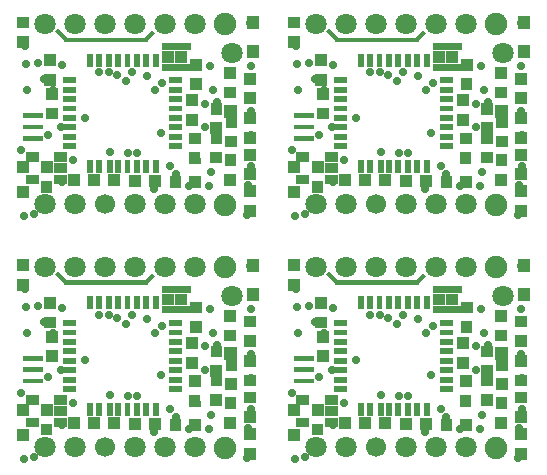
<source format=gbr>
%FSLAX32Y32*%
%MOMM*%
%LNLOETSTOP1*%
G71*
G01*
%ADD10C, 0.70*%
%ADD11C, 1.80*%
%ADD12C, 1.70*%
%ADD13C, 1.90*%
%LPD*%
G36*
X8700Y7231D02*
X8810Y7231D01*
X8810Y7181D01*
X8700Y7181D01*
X8700Y7231D01*
G37*
G36*
X8700Y7151D02*
X8810Y7151D01*
X8810Y7101D01*
X8700Y7101D01*
X8700Y7151D01*
G37*
G36*
X8700Y7071D02*
X8810Y7071D01*
X8810Y7021D01*
X8700Y7021D01*
X8700Y7071D01*
G37*
G36*
X8700Y6991D02*
X8810Y6991D01*
X8810Y6941D01*
X8700Y6941D01*
X8700Y6991D01*
G37*
G36*
X8700Y6911D02*
X8810Y6911D01*
X8810Y6861D01*
X8700Y6861D01*
X8700Y6911D01*
G37*
G36*
X8700Y6831D02*
X8810Y6831D01*
X8810Y6781D01*
X8700Y6781D01*
X8700Y6831D01*
G37*
G36*
X8700Y6751D02*
X8810Y6751D01*
X8810Y6701D01*
X8700Y6701D01*
X8700Y6751D01*
G37*
G36*
X8700Y6671D02*
X8810Y6671D01*
X8810Y6621D01*
X8700Y6621D01*
X8700Y6671D01*
G37*
G36*
X9600Y7231D02*
X9710Y7231D01*
X9710Y7181D01*
X9600Y7181D01*
X9600Y7231D01*
G37*
G36*
X9600Y7151D02*
X9710Y7151D01*
X9710Y7101D01*
X9600Y7101D01*
X9600Y7151D01*
G37*
G36*
X9600Y7071D02*
X9710Y7071D01*
X9710Y7021D01*
X9600Y7021D01*
X9600Y7071D01*
G37*
G36*
X9600Y6991D02*
X9710Y6991D01*
X9710Y6941D01*
X9600Y6941D01*
X9600Y6991D01*
G37*
G36*
X9600Y6911D02*
X9710Y6911D01*
X9710Y6861D01*
X9600Y6861D01*
X9600Y6911D01*
G37*
G36*
X9600Y6831D02*
X9710Y6831D01*
X9710Y6781D01*
X9600Y6781D01*
X9600Y6831D01*
G37*
G36*
X9600Y6751D02*
X9710Y6751D01*
X9710Y6701D01*
X9600Y6701D01*
X9600Y6751D01*
G37*
G36*
X9600Y6671D02*
X9710Y6671D01*
X9710Y6621D01*
X9600Y6621D01*
X9600Y6671D01*
G37*
G36*
X8900Y7431D02*
X8950Y7431D01*
X8950Y7321D01*
X8900Y7321D01*
X8900Y7431D01*
G37*
G36*
X8980Y7431D02*
X9030Y7431D01*
X9030Y7321D01*
X8980Y7321D01*
X8980Y7431D01*
G37*
G36*
X9060Y7431D02*
X9110Y7431D01*
X9110Y7321D01*
X9060Y7321D01*
X9060Y7431D01*
G37*
G36*
X9140Y7431D02*
X9190Y7431D01*
X9190Y7321D01*
X9140Y7321D01*
X9140Y7431D01*
G37*
G36*
X9220Y7431D02*
X9270Y7431D01*
X9270Y7321D01*
X9220Y7321D01*
X9220Y7431D01*
G37*
G36*
X9300Y7431D02*
X9350Y7431D01*
X9350Y7321D01*
X9300Y7321D01*
X9300Y7431D01*
G37*
G36*
X9380Y7431D02*
X9430Y7431D01*
X9430Y7321D01*
X9380Y7321D01*
X9380Y7431D01*
G37*
G36*
X9460Y7431D02*
X9510Y7431D01*
X9510Y7321D01*
X9460Y7321D01*
X9460Y7431D01*
G37*
G36*
X8900Y6531D02*
X8950Y6531D01*
X8950Y6421D01*
X8900Y6421D01*
X8900Y6531D01*
G37*
G36*
X8980Y6531D02*
X9030Y6531D01*
X9030Y6421D01*
X8980Y6421D01*
X8980Y6531D01*
G37*
G36*
X9070Y6531D02*
X9120Y6531D01*
X9120Y6421D01*
X9070Y6421D01*
X9070Y6531D01*
G37*
G36*
X9140Y6531D02*
X9190Y6531D01*
X9190Y6421D01*
X9140Y6421D01*
X9140Y6531D01*
G37*
G36*
X9220Y6531D02*
X9270Y6531D01*
X9270Y6421D01*
X9220Y6421D01*
X9220Y6531D01*
G37*
G36*
X9300Y6531D02*
X9350Y6531D01*
X9350Y6421D01*
X9300Y6421D01*
X9300Y6531D01*
G37*
G36*
X9380Y6531D02*
X9430Y6531D01*
X9430Y6421D01*
X9380Y6421D01*
X9380Y6531D01*
G37*
G36*
X9460Y6531D02*
X9510Y6531D01*
X9510Y6421D01*
X9460Y6421D01*
X9460Y6531D01*
G37*
G36*
X9842Y7086D02*
X9842Y6986D01*
X9742Y6986D01*
X9742Y7086D01*
X9842Y7086D01*
G37*
G36*
X9841Y6919D02*
X9841Y6819D01*
X9741Y6819D01*
X9741Y6919D01*
X9841Y6919D01*
G37*
G36*
X8658Y7141D02*
X8658Y7041D01*
X8558Y7041D01*
X8558Y7141D01*
X8658Y7141D01*
G37*
G36*
X8657Y6974D02*
X8657Y6874D01*
X8557Y6874D01*
X8557Y6974D01*
X8657Y6974D01*
G37*
X9160Y7246D02*
G54D10*
D03*
X9819Y6158D02*
G54D11*
D03*
X9565Y6158D02*
G54D11*
D03*
X9311Y6158D02*
G54D11*
D03*
X9057Y6158D02*
G54D12*
D03*
X8803Y6158D02*
G54D11*
D03*
X8549Y6158D02*
G54D11*
D03*
X9604Y6476D02*
G54D10*
D03*
X9247Y6587D02*
G54D10*
D03*
X9327Y6587D02*
G54D10*
D03*
X9001Y7277D02*
G54D10*
D03*
X9088Y7277D02*
G54D10*
D03*
X8684Y6809D02*
G54D10*
D03*
G36*
X9874Y7388D02*
X9874Y7288D01*
X9774Y7288D01*
X9774Y7388D01*
X9874Y7388D01*
G37*
G36*
X9873Y7221D02*
X9873Y7121D01*
X9773Y7121D01*
X9773Y7221D01*
X9873Y7221D01*
G37*
X9819Y7682D02*
G54D11*
D03*
X9565Y7682D02*
G54D11*
D03*
X9311Y7682D02*
G54D11*
D03*
X9057Y7682D02*
G54D11*
D03*
X8803Y7682D02*
G54D11*
D03*
X8549Y7682D02*
G54D11*
D03*
G36*
X8382Y6326D02*
X8382Y6406D01*
X8492Y6406D01*
X8492Y6326D01*
X8382Y6326D01*
G37*
G36*
X8382Y6516D02*
X8382Y6596D01*
X8492Y6596D01*
X8492Y6516D01*
X8382Y6516D01*
G37*
G36*
X8620Y6326D02*
X8620Y6406D01*
X8730Y6406D01*
X8730Y6326D01*
X8620Y6326D01*
G37*
G36*
X8620Y6516D02*
X8620Y6596D01*
X8730Y6596D01*
X8730Y6516D01*
X8620Y6516D01*
G37*
G36*
X8620Y6421D02*
X8620Y6501D01*
X8730Y6501D01*
X8730Y6421D01*
X8620Y6421D01*
G37*
X8787Y6531D02*
G54D10*
D03*
X8882Y6888D02*
G54D10*
D03*
X10073Y6150D02*
G54D13*
D03*
X8612Y7119D02*
G54D10*
D03*
G36*
X8642Y7427D02*
X8642Y7327D01*
X8542Y7327D01*
X8542Y7427D01*
X8642Y7427D01*
G37*
G36*
X8641Y7260D02*
X8641Y7160D01*
X8541Y7160D01*
X8541Y7260D01*
X8641Y7260D01*
G37*
X8692Y7333D02*
G54D10*
D03*
X8541Y7214D02*
G54D10*
D03*
X9477Y7119D02*
G54D10*
D03*
X10073Y7682D02*
G54D13*
D03*
X10128Y7436D02*
G54D11*
D03*
X8692Y6341D02*
G54D10*
D03*
X8485Y7349D02*
G54D10*
D03*
G36*
X10175Y6904D02*
X10175Y6804D01*
X10075Y6804D01*
X10075Y6904D01*
X10175Y6904D01*
G37*
G36*
X10174Y6737D02*
X10174Y6637D01*
X10074Y6637D01*
X10074Y6737D01*
X10174Y6737D01*
G37*
G36*
X10167Y6578D02*
X10167Y6478D01*
X10067Y6478D01*
X10067Y6578D01*
X10167Y6578D01*
G37*
G36*
X10166Y6411D02*
X10166Y6311D01*
X10066Y6311D01*
X10066Y6411D01*
X10166Y6411D01*
G37*
G36*
X10065Y6999D02*
X10175Y6999D01*
X10175Y6889D01*
X10065Y6889D01*
X10065Y6999D01*
G37*
G36*
X9178Y6308D02*
X9078Y6308D01*
X9078Y6408D01*
X9178Y6408D01*
X9178Y6308D01*
G37*
G36*
X9012Y6308D02*
X8912Y6308D01*
X8912Y6408D01*
X9012Y6408D01*
X9012Y6308D01*
G37*
G36*
X9528Y6300D02*
X9428Y6300D01*
X9428Y6400D01*
X9528Y6400D01*
X9528Y6300D01*
G37*
G36*
X9361Y6301D02*
X9261Y6301D01*
X9261Y6401D01*
X9361Y6401D01*
X9361Y6301D01*
G37*
G36*
X9764Y6495D02*
X9763Y6595D01*
X9863Y6595D01*
X9864Y6495D01*
X9764Y6495D01*
G37*
G36*
X9764Y6662D02*
X9764Y6762D01*
X9864Y6762D01*
X9864Y6662D01*
X9764Y6662D01*
G37*
G36*
X9869Y6292D02*
X9769Y6292D01*
X9769Y6392D01*
X9869Y6392D01*
X9869Y6292D01*
G37*
G36*
X9702Y6293D02*
X9602Y6293D01*
X9602Y6393D01*
X9702Y6393D01*
X9702Y6293D01*
G37*
X9652Y6412D02*
G54D10*
D03*
X9096Y6595D02*
G54D10*
D03*
G36*
X10065Y7051D02*
X10065Y7151D01*
X10165Y7151D01*
X10165Y7051D01*
X10065Y7051D01*
G37*
G36*
X10066Y7218D02*
X10066Y7318D01*
X10166Y7318D01*
X10166Y7218D01*
X10066Y7218D01*
G37*
X9898Y7008D02*
G54D10*
D03*
X9144Y6349D02*
G54D10*
D03*
X9469Y6285D02*
G54D10*
D03*
X9763Y6309D02*
G54D10*
D03*
G36*
X9538Y7454D02*
X9638Y7454D01*
X9638Y7354D01*
X9538Y7354D01*
X9538Y7454D01*
G37*
G36*
X9650Y7454D02*
X9750Y7454D01*
X9750Y7354D01*
X9650Y7354D01*
X9650Y7454D01*
G37*
G36*
X9538Y7347D02*
X9798Y7347D01*
X9798Y7287D01*
X9538Y7287D01*
X9538Y7347D01*
G37*
G36*
X9540Y7522D02*
X9780Y7522D01*
X9780Y7462D01*
X9540Y7462D01*
X9540Y7522D01*
G37*
X9700Y7404D02*
G54D10*
D03*
X9541Y7182D02*
G54D10*
D03*
X8390Y7341D02*
G54D10*
D03*
X8398Y7119D02*
G54D10*
D03*
X8342Y6611D02*
G54D10*
D03*
X8366Y6055D02*
G54D10*
D03*
X9946Y7325D02*
G54D10*
D03*
X9970Y7119D02*
G54D10*
D03*
X9954Y6428D02*
G54D10*
D03*
X9938Y6309D02*
G54D10*
D03*
G36*
X10048Y6769D02*
X10048Y6669D01*
X9948Y6669D01*
X9948Y6769D01*
X10048Y6769D01*
G37*
G36*
X10047Y6602D02*
X10047Y6502D01*
X9947Y6502D01*
X9947Y6602D01*
X10047Y6602D01*
G37*
G36*
X8530Y6925D02*
X8530Y6885D01*
X8360Y6885D01*
X8360Y6925D01*
X8530Y6925D01*
G37*
G36*
X8530Y6830D02*
X8530Y6790D01*
X8360Y6790D01*
X8360Y6830D01*
X8530Y6830D01*
G37*
G36*
X8530Y6735D02*
X8530Y6695D01*
X8360Y6695D01*
X8360Y6735D01*
X8530Y6735D01*
G37*
X8572Y6746D02*
G54D10*
D03*
G36*
X8413Y7744D02*
X8413Y7644D01*
X8313Y7644D01*
X8313Y7744D01*
X8413Y7744D01*
G37*
G36*
X8412Y7576D02*
X8412Y7476D01*
X8312Y7476D01*
X8312Y7576D01*
X8412Y7576D01*
G37*
G36*
X8311Y6206D02*
X8311Y6306D01*
X8411Y6306D01*
X8411Y6206D01*
X8311Y6206D01*
G37*
G36*
X8312Y6421D02*
X8312Y6521D01*
X8412Y6521D01*
X8412Y6421D01*
X8312Y6421D01*
G37*
X8692Y6555D02*
G54D10*
D03*
G36*
X8611Y6521D02*
X8611Y6421D01*
X8511Y6421D01*
X8511Y6521D01*
X8611Y6521D01*
G37*
G36*
X8610Y6354D02*
X8610Y6254D01*
X8510Y6254D01*
X8510Y6354D01*
X8610Y6354D01*
G37*
X8366Y7698D02*
G54D10*
D03*
X8374Y7492D02*
G54D10*
D03*
G36*
X9010Y6308D02*
X8910Y6308D01*
X8910Y6408D01*
X9010Y6408D01*
X9010Y6308D01*
G37*
G36*
X8843Y6309D02*
X8743Y6309D01*
X8743Y6409D01*
X8843Y6409D01*
X8843Y6309D01*
G37*
X8453Y6071D02*
G54D10*
D03*
G36*
X10334Y6626D02*
X10334Y6526D01*
X10234Y6526D01*
X10234Y6626D01*
X10334Y6626D01*
G37*
G36*
X10333Y6459D02*
X10333Y6359D01*
X10233Y6359D01*
X10233Y6459D01*
X10333Y6459D01*
G37*
G36*
X10334Y6936D02*
X10334Y6836D01*
X10234Y6836D01*
X10234Y6936D01*
X10334Y6936D01*
G37*
G36*
X10333Y6769D02*
X10333Y6669D01*
X10233Y6669D01*
X10233Y6769D01*
X10333Y6769D01*
G37*
G36*
X10334Y7269D02*
X10334Y7169D01*
X10234Y7169D01*
X10234Y7269D01*
X10334Y7269D01*
G37*
G36*
X10333Y7102D02*
X10333Y7002D01*
X10233Y7002D01*
X10233Y7102D01*
X10333Y7102D01*
G37*
G36*
X10334Y6316D02*
X10334Y6216D01*
X10234Y6216D01*
X10234Y6316D01*
X10334Y6316D01*
G37*
G36*
X10333Y6149D02*
X10333Y6049D01*
X10233Y6049D01*
X10233Y6149D01*
X10333Y6149D01*
G37*
X10295Y6476D02*
G54D10*
D03*
X10287Y6944D02*
G54D10*
D03*
X10295Y6738D02*
G54D10*
D03*
X10287Y7214D02*
G54D10*
D03*
X10263Y6317D02*
G54D10*
D03*
X10255Y6063D02*
G54D10*
D03*
G36*
X10048Y7015D02*
X10048Y6915D01*
X9948Y6915D01*
X9948Y7015D01*
X10048Y7015D01*
G37*
G36*
X10047Y6848D02*
X10047Y6748D01*
X9947Y6748D01*
X9947Y6848D01*
X10047Y6848D01*
G37*
X10001Y7023D02*
G54D10*
D03*
X9898Y6809D02*
G54D10*
D03*
X9525Y6762D02*
G54D10*
D03*
X10287Y7325D02*
G54D10*
D03*
G36*
X10358Y7752D02*
X10358Y7637D01*
X10258Y7637D01*
X10258Y7752D01*
X10358Y7752D01*
G37*
G36*
X10358Y7505D02*
X10358Y7390D01*
X10258Y7390D01*
X10258Y7505D01*
X10358Y7505D01*
G37*
X10279Y7690D02*
G54D10*
D03*
X9231Y7198D02*
G54D10*
D03*
X9287Y7277D02*
G54D10*
D03*
G36*
X8710Y7567D02*
X9420Y7567D01*
X9420Y7527D01*
X8710Y7527D01*
X8710Y7567D01*
G37*
G36*
X8660Y7647D02*
X8752Y7555D01*
X8723Y7527D01*
X8631Y7619D01*
X8660Y7647D01*
G37*
G36*
X9482Y7603D02*
X9405Y7526D01*
X9376Y7554D01*
X9454Y7632D01*
X9482Y7603D01*
G37*
X9414Y7238D02*
G54D10*
D03*
G36*
X10994Y7231D02*
X11104Y7231D01*
X11104Y7181D01*
X10994Y7181D01*
X10994Y7231D01*
G37*
G36*
X10994Y7151D02*
X11104Y7151D01*
X11104Y7101D01*
X10994Y7101D01*
X10994Y7151D01*
G37*
G36*
X10994Y7071D02*
X11104Y7071D01*
X11104Y7021D01*
X10994Y7021D01*
X10994Y7071D01*
G37*
G36*
X10994Y6991D02*
X11104Y6991D01*
X11104Y6941D01*
X10994Y6941D01*
X10994Y6991D01*
G37*
G36*
X10994Y6911D02*
X11104Y6911D01*
X11104Y6861D01*
X10994Y6861D01*
X10994Y6911D01*
G37*
G36*
X10994Y6831D02*
X11104Y6831D01*
X11104Y6781D01*
X10994Y6781D01*
X10994Y6831D01*
G37*
G36*
X10994Y6751D02*
X11104Y6751D01*
X11104Y6701D01*
X10994Y6701D01*
X10994Y6751D01*
G37*
G36*
X10994Y6671D02*
X11104Y6671D01*
X11104Y6621D01*
X10994Y6621D01*
X10994Y6671D01*
G37*
G36*
X11894Y7231D02*
X12004Y7231D01*
X12004Y7181D01*
X11894Y7181D01*
X11894Y7231D01*
G37*
G36*
X11894Y7151D02*
X12004Y7151D01*
X12004Y7101D01*
X11894Y7101D01*
X11894Y7151D01*
G37*
G36*
X11894Y7071D02*
X12004Y7071D01*
X12004Y7021D01*
X11894Y7021D01*
X11894Y7071D01*
G37*
G36*
X11894Y6991D02*
X12004Y6991D01*
X12004Y6941D01*
X11894Y6941D01*
X11894Y6991D01*
G37*
G36*
X11894Y6911D02*
X12004Y6911D01*
X12004Y6861D01*
X11894Y6861D01*
X11894Y6911D01*
G37*
G36*
X11894Y6831D02*
X12004Y6831D01*
X12004Y6781D01*
X11894Y6781D01*
X11894Y6831D01*
G37*
G36*
X11894Y6751D02*
X12004Y6751D01*
X12004Y6701D01*
X11894Y6701D01*
X11894Y6751D01*
G37*
G36*
X11894Y6671D02*
X12004Y6671D01*
X12004Y6621D01*
X11894Y6621D01*
X11894Y6671D01*
G37*
G36*
X11194Y7431D02*
X11244Y7431D01*
X11244Y7321D01*
X11194Y7321D01*
X11194Y7431D01*
G37*
G36*
X11274Y7431D02*
X11324Y7431D01*
X11324Y7321D01*
X11274Y7321D01*
X11274Y7431D01*
G37*
G36*
X11354Y7431D02*
X11404Y7431D01*
X11404Y7321D01*
X11354Y7321D01*
X11354Y7431D01*
G37*
G36*
X11434Y7431D02*
X11484Y7431D01*
X11484Y7321D01*
X11434Y7321D01*
X11434Y7431D01*
G37*
G36*
X11514Y7431D02*
X11564Y7431D01*
X11564Y7321D01*
X11514Y7321D01*
X11514Y7431D01*
G37*
G36*
X11594Y7431D02*
X11644Y7431D01*
X11644Y7321D01*
X11594Y7321D01*
X11594Y7431D01*
G37*
G36*
X11674Y7431D02*
X11724Y7431D01*
X11724Y7321D01*
X11674Y7321D01*
X11674Y7431D01*
G37*
G36*
X11754Y7431D02*
X11804Y7431D01*
X11804Y7321D01*
X11754Y7321D01*
X11754Y7431D01*
G37*
G36*
X11194Y6531D02*
X11244Y6531D01*
X11244Y6421D01*
X11194Y6421D01*
X11194Y6531D01*
G37*
G36*
X11274Y6531D02*
X11324Y6531D01*
X11324Y6421D01*
X11274Y6421D01*
X11274Y6531D01*
G37*
G36*
X11364Y6531D02*
X11414Y6531D01*
X11414Y6421D01*
X11364Y6421D01*
X11364Y6531D01*
G37*
G36*
X11434Y6531D02*
X11484Y6531D01*
X11484Y6421D01*
X11434Y6421D01*
X11434Y6531D01*
G37*
G36*
X11514Y6531D02*
X11564Y6531D01*
X11564Y6421D01*
X11514Y6421D01*
X11514Y6531D01*
G37*
G36*
X11594Y6531D02*
X11644Y6531D01*
X11644Y6421D01*
X11594Y6421D01*
X11594Y6531D01*
G37*
G36*
X11674Y6531D02*
X11724Y6531D01*
X11724Y6421D01*
X11674Y6421D01*
X11674Y6531D01*
G37*
G36*
X11754Y6531D02*
X11804Y6531D01*
X11804Y6421D01*
X11754Y6421D01*
X11754Y6531D01*
G37*
G36*
X12136Y7086D02*
X12136Y6986D01*
X12036Y6986D01*
X12036Y7086D01*
X12136Y7086D01*
G37*
G36*
X12135Y6919D02*
X12135Y6819D01*
X12035Y6819D01*
X12035Y6919D01*
X12135Y6919D01*
G37*
G36*
X10952Y7141D02*
X10952Y7041D01*
X10852Y7041D01*
X10852Y7141D01*
X10952Y7141D01*
G37*
G36*
X10951Y6974D02*
X10951Y6874D01*
X10851Y6874D01*
X10851Y6974D01*
X10951Y6974D01*
G37*
X11454Y7246D02*
G54D10*
D03*
X12113Y6158D02*
G54D11*
D03*
X11859Y6158D02*
G54D11*
D03*
X11605Y6158D02*
G54D11*
D03*
X11351Y6158D02*
G54D12*
D03*
X11097Y6158D02*
G54D11*
D03*
X10843Y6158D02*
G54D11*
D03*
X11898Y6476D02*
G54D10*
D03*
X11541Y6587D02*
G54D10*
D03*
X11620Y6587D02*
G54D10*
D03*
X11295Y7277D02*
G54D10*
D03*
X11382Y7277D02*
G54D10*
D03*
X10978Y6809D02*
G54D10*
D03*
G36*
X12168Y7388D02*
X12168Y7288D01*
X12068Y7288D01*
X12068Y7388D01*
X12168Y7388D01*
G37*
G36*
X12166Y7221D02*
X12166Y7121D01*
X12066Y7121D01*
X12066Y7221D01*
X12166Y7221D01*
G37*
X12113Y7682D02*
G54D11*
D03*
X11859Y7682D02*
G54D11*
D03*
X11605Y7682D02*
G54D11*
D03*
X11351Y7682D02*
G54D11*
D03*
X11097Y7682D02*
G54D11*
D03*
X10843Y7682D02*
G54D11*
D03*
G36*
X10676Y6326D02*
X10676Y6406D01*
X10786Y6406D01*
X10786Y6326D01*
X10676Y6326D01*
G37*
G36*
X10676Y6516D02*
X10676Y6596D01*
X10786Y6596D01*
X10786Y6516D01*
X10676Y6516D01*
G37*
G36*
X10914Y6326D02*
X10914Y6406D01*
X11024Y6406D01*
X11024Y6326D01*
X10914Y6326D01*
G37*
G36*
X10914Y6516D02*
X10914Y6596D01*
X11024Y6596D01*
X11024Y6516D01*
X10914Y6516D01*
G37*
G36*
X10914Y6421D02*
X10914Y6501D01*
X11024Y6501D01*
X11024Y6421D01*
X10914Y6421D01*
G37*
X11081Y6531D02*
G54D10*
D03*
X11176Y6888D02*
G54D10*
D03*
X12367Y6150D02*
G54D13*
D03*
X10906Y7119D02*
G54D10*
D03*
G36*
X10936Y7427D02*
X10936Y7327D01*
X10836Y7327D01*
X10836Y7427D01*
X10936Y7427D01*
G37*
G36*
X10935Y7260D02*
X10935Y7160D01*
X10835Y7160D01*
X10835Y7260D01*
X10935Y7260D01*
G37*
X10986Y7333D02*
G54D10*
D03*
X10835Y7214D02*
G54D10*
D03*
X11771Y7119D02*
G54D10*
D03*
X12367Y7682D02*
G54D13*
D03*
X12422Y7436D02*
G54D11*
D03*
X10986Y6341D02*
G54D10*
D03*
X10779Y7349D02*
G54D10*
D03*
G36*
X12469Y6904D02*
X12469Y6804D01*
X12369Y6804D01*
X12369Y6904D01*
X12469Y6904D01*
G37*
G36*
X12468Y6737D02*
X12468Y6637D01*
X12368Y6637D01*
X12368Y6737D01*
X12468Y6737D01*
G37*
G36*
X12461Y6578D02*
X12461Y6478D01*
X12361Y6478D01*
X12361Y6578D01*
X12461Y6578D01*
G37*
G36*
X12460Y6411D02*
X12460Y6311D01*
X12360Y6311D01*
X12360Y6411D01*
X12460Y6411D01*
G37*
G36*
X12359Y6999D02*
X12469Y6999D01*
X12469Y6889D01*
X12359Y6889D01*
X12359Y6999D01*
G37*
G36*
X11472Y6308D02*
X11372Y6308D01*
X11372Y6408D01*
X11472Y6408D01*
X11472Y6308D01*
G37*
G36*
X11305Y6308D02*
X11205Y6308D01*
X11205Y6408D01*
X11305Y6408D01*
X11305Y6308D01*
G37*
G36*
X11822Y6300D02*
X11722Y6300D01*
X11722Y6400D01*
X11822Y6400D01*
X11822Y6300D01*
G37*
G36*
X11655Y6301D02*
X11555Y6301D01*
X11555Y6401D01*
X11655Y6401D01*
X11655Y6301D01*
G37*
G36*
X12057Y6495D02*
X12057Y6595D01*
X12157Y6595D01*
X12157Y6495D01*
X12057Y6495D01*
G37*
G36*
X12058Y6662D02*
X12058Y6762D01*
X12158Y6762D01*
X12158Y6662D01*
X12058Y6662D01*
G37*
G36*
X12163Y6292D02*
X12063Y6292D01*
X12063Y6392D01*
X12163Y6392D01*
X12163Y6292D01*
G37*
G36*
X11996Y6293D02*
X11896Y6293D01*
X11896Y6393D01*
X11996Y6393D01*
X11996Y6293D01*
G37*
X11946Y6412D02*
G54D10*
D03*
X11390Y6595D02*
G54D10*
D03*
G36*
X12359Y7051D02*
X12359Y7151D01*
X12459Y7151D01*
X12459Y7051D01*
X12359Y7051D01*
G37*
G36*
X12360Y7218D02*
X12360Y7318D01*
X12460Y7318D01*
X12460Y7218D01*
X12360Y7218D01*
G37*
X12192Y7008D02*
G54D10*
D03*
X11438Y6349D02*
G54D10*
D03*
X11763Y6285D02*
G54D10*
D03*
X12057Y6309D02*
G54D10*
D03*
G36*
X11832Y7454D02*
X11932Y7454D01*
X11932Y7354D01*
X11832Y7354D01*
X11832Y7454D01*
G37*
G36*
X11944Y7454D02*
X12044Y7454D01*
X12044Y7354D01*
X11944Y7354D01*
X11944Y7454D01*
G37*
G36*
X11832Y7347D02*
X12092Y7347D01*
X12092Y7287D01*
X11832Y7287D01*
X11832Y7347D01*
G37*
G36*
X11834Y7522D02*
X12074Y7522D01*
X12074Y7462D01*
X11834Y7462D01*
X11834Y7522D01*
G37*
X11994Y7404D02*
G54D10*
D03*
X11835Y7182D02*
G54D10*
D03*
X10684Y7341D02*
G54D10*
D03*
X10692Y7119D02*
G54D10*
D03*
X10636Y6611D02*
G54D10*
D03*
X10660Y6055D02*
G54D10*
D03*
X12240Y7325D02*
G54D10*
D03*
X12263Y7119D02*
G54D10*
D03*
X12248Y6428D02*
G54D10*
D03*
X12232Y6309D02*
G54D10*
D03*
G36*
X12342Y6769D02*
X12342Y6669D01*
X12242Y6669D01*
X12242Y6769D01*
X12342Y6769D01*
G37*
G36*
X12341Y6602D02*
X12341Y6502D01*
X12241Y6502D01*
X12241Y6602D01*
X12341Y6602D01*
G37*
G36*
X10824Y6925D02*
X10824Y6885D01*
X10654Y6885D01*
X10654Y6925D01*
X10824Y6925D01*
G37*
G36*
X10824Y6830D02*
X10824Y6790D01*
X10654Y6790D01*
X10654Y6830D01*
X10824Y6830D01*
G37*
G36*
X10824Y6735D02*
X10824Y6695D01*
X10654Y6695D01*
X10654Y6735D01*
X10824Y6735D01*
G37*
X10866Y6746D02*
G54D10*
D03*
G36*
X10706Y7744D02*
X10706Y7644D01*
X10606Y7644D01*
X10606Y7744D01*
X10706Y7744D01*
G37*
G36*
X10706Y7576D02*
X10706Y7476D01*
X10606Y7476D01*
X10606Y7576D01*
X10706Y7576D01*
G37*
G36*
X10605Y6206D02*
X10605Y6306D01*
X10705Y6306D01*
X10705Y6206D01*
X10605Y6206D01*
G37*
G36*
X10606Y6421D02*
X10606Y6521D01*
X10706Y6521D01*
X10706Y6421D01*
X10606Y6421D01*
G37*
X10986Y6555D02*
G54D10*
D03*
G36*
X10905Y6521D02*
X10905Y6421D01*
X10805Y6421D01*
X10805Y6521D01*
X10905Y6521D01*
G37*
G36*
X10904Y6354D02*
X10904Y6254D01*
X10804Y6254D01*
X10804Y6354D01*
X10904Y6354D01*
G37*
X10660Y7698D02*
G54D10*
D03*
X10668Y7492D02*
G54D10*
D03*
G36*
X11304Y6308D02*
X11204Y6308D01*
X11204Y6408D01*
X11304Y6408D01*
X11304Y6308D01*
G37*
G36*
X11137Y6309D02*
X11037Y6309D01*
X11037Y6409D01*
X11137Y6409D01*
X11137Y6309D01*
G37*
X10747Y6071D02*
G54D10*
D03*
G36*
X12628Y6626D02*
X12628Y6526D01*
X12528Y6526D01*
X12528Y6626D01*
X12628Y6626D01*
G37*
G36*
X12627Y6459D02*
X12627Y6359D01*
X12527Y6359D01*
X12527Y6459D01*
X12627Y6459D01*
G37*
G36*
X12628Y6936D02*
X12628Y6836D01*
X12528Y6836D01*
X12528Y6936D01*
X12628Y6936D01*
G37*
G36*
X12627Y6769D02*
X12627Y6669D01*
X12527Y6669D01*
X12527Y6769D01*
X12627Y6769D01*
G37*
G36*
X12628Y7269D02*
X12628Y7169D01*
X12528Y7169D01*
X12528Y7269D01*
X12628Y7269D01*
G37*
G36*
X12627Y7102D02*
X12627Y7002D01*
X12527Y7002D01*
X12527Y7102D01*
X12627Y7102D01*
G37*
G36*
X12628Y6316D02*
X12628Y6216D01*
X12528Y6216D01*
X12528Y6316D01*
X12628Y6316D01*
G37*
G36*
X12627Y6149D02*
X12627Y6049D01*
X12527Y6049D01*
X12527Y6149D01*
X12627Y6149D01*
G37*
X12589Y6476D02*
G54D10*
D03*
X12581Y6944D02*
G54D10*
D03*
X12589Y6738D02*
G54D10*
D03*
X12581Y7214D02*
G54D10*
D03*
X12557Y6317D02*
G54D10*
D03*
X12549Y6063D02*
G54D10*
D03*
G36*
X12342Y7015D02*
X12342Y6915D01*
X12242Y6915D01*
X12242Y7015D01*
X12342Y7015D01*
G37*
G36*
X12341Y6848D02*
X12341Y6748D01*
X12241Y6748D01*
X12241Y6848D01*
X12341Y6848D01*
G37*
X12295Y7023D02*
G54D10*
D03*
X12192Y6809D02*
G54D10*
D03*
X11819Y6762D02*
G54D10*
D03*
X12581Y7325D02*
G54D10*
D03*
G36*
X12652Y7752D02*
X12652Y7637D01*
X12552Y7637D01*
X12552Y7752D01*
X12652Y7752D01*
G37*
G36*
X12652Y7505D02*
X12652Y7390D01*
X12552Y7390D01*
X12552Y7505D01*
X12652Y7505D01*
G37*
X12573Y7690D02*
G54D10*
D03*
X11525Y7198D02*
G54D10*
D03*
X11581Y7277D02*
G54D10*
D03*
G36*
X11004Y7567D02*
X11714Y7567D01*
X11714Y7527D01*
X11004Y7527D01*
X11004Y7567D01*
G37*
G36*
X10954Y7647D02*
X11045Y7555D01*
X11017Y7527D01*
X10925Y7619D01*
X10954Y7647D01*
G37*
G36*
X11776Y7603D02*
X11698Y7526D01*
X11670Y7554D01*
X11748Y7632D01*
X11776Y7603D01*
G37*
X11708Y7238D02*
G54D10*
D03*
G36*
X8700Y5175D02*
X8810Y5175D01*
X8810Y5125D01*
X8700Y5125D01*
X8700Y5175D01*
G37*
G36*
X8700Y5095D02*
X8810Y5095D01*
X8810Y5045D01*
X8700Y5045D01*
X8700Y5095D01*
G37*
G36*
X8700Y5015D02*
X8810Y5015D01*
X8810Y4965D01*
X8700Y4965D01*
X8700Y5015D01*
G37*
G36*
X8700Y4935D02*
X8810Y4935D01*
X8810Y4885D01*
X8700Y4885D01*
X8700Y4935D01*
G37*
G36*
X8700Y4855D02*
X8810Y4855D01*
X8810Y4805D01*
X8700Y4805D01*
X8700Y4855D01*
G37*
G36*
X8700Y4775D02*
X8810Y4775D01*
X8810Y4725D01*
X8700Y4725D01*
X8700Y4775D01*
G37*
G36*
X8700Y4695D02*
X8810Y4695D01*
X8810Y4645D01*
X8700Y4645D01*
X8700Y4695D01*
G37*
G36*
X8700Y4615D02*
X8810Y4615D01*
X8810Y4565D01*
X8700Y4565D01*
X8700Y4615D01*
G37*
G36*
X9600Y5175D02*
X9710Y5175D01*
X9710Y5125D01*
X9600Y5125D01*
X9600Y5175D01*
G37*
G36*
X9600Y5095D02*
X9710Y5095D01*
X9710Y5045D01*
X9600Y5045D01*
X9600Y5095D01*
G37*
G36*
X9600Y5015D02*
X9710Y5015D01*
X9710Y4965D01*
X9600Y4965D01*
X9600Y5015D01*
G37*
G36*
X9600Y4935D02*
X9710Y4935D01*
X9710Y4885D01*
X9600Y4885D01*
X9600Y4935D01*
G37*
G36*
X9600Y4855D02*
X9710Y4855D01*
X9710Y4805D01*
X9600Y4805D01*
X9600Y4855D01*
G37*
G36*
X9600Y4775D02*
X9710Y4775D01*
X9710Y4725D01*
X9600Y4725D01*
X9600Y4775D01*
G37*
G36*
X9600Y4695D02*
X9710Y4695D01*
X9710Y4645D01*
X9600Y4645D01*
X9600Y4695D01*
G37*
G36*
X9600Y4615D02*
X9710Y4615D01*
X9710Y4565D01*
X9600Y4565D01*
X9600Y4615D01*
G37*
G36*
X8900Y5375D02*
X8950Y5375D01*
X8950Y5265D01*
X8900Y5265D01*
X8900Y5375D01*
G37*
G36*
X8980Y5375D02*
X9030Y5375D01*
X9030Y5265D01*
X8980Y5265D01*
X8980Y5375D01*
G37*
G36*
X9060Y5375D02*
X9110Y5375D01*
X9110Y5265D01*
X9060Y5265D01*
X9060Y5375D01*
G37*
G36*
X9140Y5375D02*
X9190Y5375D01*
X9190Y5265D01*
X9140Y5265D01*
X9140Y5375D01*
G37*
G36*
X9220Y5375D02*
X9270Y5375D01*
X9270Y5265D01*
X9220Y5265D01*
X9220Y5375D01*
G37*
G36*
X9300Y5375D02*
X9350Y5375D01*
X9350Y5265D01*
X9300Y5265D01*
X9300Y5375D01*
G37*
G36*
X9380Y5375D02*
X9430Y5375D01*
X9430Y5265D01*
X9380Y5265D01*
X9380Y5375D01*
G37*
G36*
X9460Y5375D02*
X9510Y5375D01*
X9510Y5265D01*
X9460Y5265D01*
X9460Y5375D01*
G37*
G36*
X8900Y4475D02*
X8950Y4475D01*
X8950Y4365D01*
X8900Y4365D01*
X8900Y4475D01*
G37*
G36*
X8980Y4475D02*
X9030Y4475D01*
X9030Y4365D01*
X8980Y4365D01*
X8980Y4475D01*
G37*
G36*
X9070Y4475D02*
X9120Y4475D01*
X9120Y4365D01*
X9070Y4365D01*
X9070Y4475D01*
G37*
G36*
X9140Y4475D02*
X9190Y4475D01*
X9190Y4365D01*
X9140Y4365D01*
X9140Y4475D01*
G37*
G36*
X9220Y4475D02*
X9270Y4475D01*
X9270Y4365D01*
X9220Y4365D01*
X9220Y4475D01*
G37*
G36*
X9300Y4475D02*
X9350Y4475D01*
X9350Y4365D01*
X9300Y4365D01*
X9300Y4475D01*
G37*
G36*
X9380Y4475D02*
X9430Y4475D01*
X9430Y4365D01*
X9380Y4365D01*
X9380Y4475D01*
G37*
G36*
X9460Y4475D02*
X9510Y4475D01*
X9510Y4365D01*
X9460Y4365D01*
X9460Y4475D01*
G37*
G36*
X9842Y5031D02*
X9842Y4931D01*
X9742Y4931D01*
X9742Y5031D01*
X9842Y5031D01*
G37*
G36*
X9841Y4864D02*
X9841Y4764D01*
X9741Y4764D01*
X9741Y4864D01*
X9841Y4864D01*
G37*
G36*
X8658Y5085D02*
X8658Y4985D01*
X8558Y4985D01*
X8558Y5085D01*
X8658Y5085D01*
G37*
G36*
X8657Y4918D02*
X8657Y4818D01*
X8557Y4818D01*
X8557Y4918D01*
X8657Y4918D01*
G37*
X9160Y5190D02*
G54D10*
D03*
X9819Y4102D02*
G54D11*
D03*
X9565Y4102D02*
G54D11*
D03*
X9311Y4102D02*
G54D11*
D03*
X9057Y4102D02*
G54D12*
D03*
X8803Y4102D02*
G54D11*
D03*
X8549Y4102D02*
G54D11*
D03*
X9604Y4420D02*
G54D10*
D03*
X9247Y4531D02*
G54D10*
D03*
X9327Y4531D02*
G54D10*
D03*
X9001Y5222D02*
G54D10*
D03*
X9088Y5222D02*
G54D10*
D03*
X8684Y4753D02*
G54D10*
D03*
G36*
X9874Y5332D02*
X9874Y5232D01*
X9774Y5232D01*
X9774Y5332D01*
X9874Y5332D01*
G37*
G36*
X9873Y5165D02*
X9873Y5065D01*
X9773Y5065D01*
X9773Y5165D01*
X9873Y5165D01*
G37*
X9819Y5626D02*
G54D11*
D03*
X9565Y5626D02*
G54D11*
D03*
X9311Y5626D02*
G54D11*
D03*
X9057Y5626D02*
G54D11*
D03*
X8803Y5626D02*
G54D11*
D03*
X8549Y5626D02*
G54D11*
D03*
G36*
X8382Y4270D02*
X8382Y4350D01*
X8492Y4350D01*
X8492Y4270D01*
X8382Y4270D01*
G37*
G36*
X8382Y4460D02*
X8382Y4540D01*
X8492Y4540D01*
X8492Y4460D01*
X8382Y4460D01*
G37*
G36*
X8620Y4270D02*
X8620Y4350D01*
X8730Y4350D01*
X8730Y4270D01*
X8620Y4270D01*
G37*
G36*
X8620Y4460D02*
X8620Y4540D01*
X8730Y4540D01*
X8730Y4460D01*
X8620Y4460D01*
G37*
G36*
X8620Y4365D02*
X8620Y4445D01*
X8730Y4445D01*
X8730Y4365D01*
X8620Y4365D01*
G37*
X8787Y4476D02*
G54D10*
D03*
X8882Y4833D02*
G54D10*
D03*
X10073Y4094D02*
G54D13*
D03*
X8612Y5063D02*
G54D10*
D03*
G36*
X8642Y5371D02*
X8642Y5271D01*
X8542Y5271D01*
X8542Y5371D01*
X8642Y5371D01*
G37*
G36*
X8641Y5204D02*
X8641Y5104D01*
X8541Y5104D01*
X8541Y5204D01*
X8641Y5204D01*
G37*
X8692Y5277D02*
G54D10*
D03*
X8541Y5158D02*
G54D10*
D03*
X9477Y5063D02*
G54D10*
D03*
X10073Y5626D02*
G54D13*
D03*
X10128Y5380D02*
G54D11*
D03*
X8692Y4285D02*
G54D10*
D03*
X8485Y5293D02*
G54D10*
D03*
G36*
X10175Y4848D02*
X10175Y4748D01*
X10075Y4748D01*
X10075Y4848D01*
X10175Y4848D01*
G37*
G36*
X10174Y4681D02*
X10174Y4581D01*
X10074Y4581D01*
X10074Y4681D01*
X10174Y4681D01*
G37*
G36*
X10167Y4523D02*
X10167Y4423D01*
X10067Y4423D01*
X10067Y4523D01*
X10167Y4523D01*
G37*
G36*
X10166Y4356D02*
X10166Y4256D01*
X10066Y4256D01*
X10066Y4356D01*
X10166Y4356D01*
G37*
G36*
X10065Y4943D02*
X10175Y4943D01*
X10175Y4833D01*
X10065Y4833D01*
X10065Y4943D01*
G37*
G36*
X9178Y4252D02*
X9078Y4252D01*
X9078Y4352D01*
X9178Y4352D01*
X9178Y4252D01*
G37*
G36*
X9012Y4253D02*
X8912Y4253D01*
X8912Y4353D01*
X9012Y4353D01*
X9012Y4253D01*
G37*
G36*
X9528Y4244D02*
X9428Y4244D01*
X9428Y4344D01*
X9528Y4344D01*
X9528Y4244D01*
G37*
G36*
X9361Y4245D02*
X9261Y4245D01*
X9261Y4345D01*
X9361Y4345D01*
X9361Y4245D01*
G37*
G36*
X9764Y4440D02*
X9763Y4540D01*
X9863Y4540D01*
X9864Y4440D01*
X9764Y4440D01*
G37*
G36*
X9764Y4606D02*
X9764Y4706D01*
X9864Y4706D01*
X9864Y4606D01*
X9764Y4606D01*
G37*
G36*
X9869Y4236D02*
X9769Y4236D01*
X9769Y4336D01*
X9869Y4336D01*
X9869Y4236D01*
G37*
G36*
X9702Y4237D02*
X9602Y4237D01*
X9602Y4337D01*
X9702Y4337D01*
X9702Y4237D01*
G37*
X9652Y4356D02*
G54D10*
D03*
X9096Y4539D02*
G54D10*
D03*
G36*
X10065Y4995D02*
X10065Y5095D01*
X10165Y5095D01*
X10165Y4995D01*
X10065Y4995D01*
G37*
G36*
X10066Y5162D02*
X10066Y5262D01*
X10166Y5262D01*
X10166Y5162D01*
X10066Y5162D01*
G37*
X9898Y4952D02*
G54D10*
D03*
X9144Y4293D02*
G54D10*
D03*
X9469Y4229D02*
G54D10*
D03*
X9763Y4253D02*
G54D10*
D03*
G36*
X9538Y5399D02*
X9638Y5399D01*
X9638Y5299D01*
X9538Y5299D01*
X9538Y5399D01*
G37*
G36*
X9650Y5399D02*
X9750Y5399D01*
X9750Y5299D01*
X9650Y5299D01*
X9650Y5399D01*
G37*
G36*
X9538Y5291D02*
X9798Y5291D01*
X9798Y5231D01*
X9538Y5231D01*
X9538Y5291D01*
G37*
G36*
X9540Y5466D02*
X9780Y5466D01*
X9780Y5406D01*
X9540Y5406D01*
X9540Y5466D01*
G37*
X9700Y5349D02*
G54D10*
D03*
X9541Y5126D02*
G54D10*
D03*
X8390Y5285D02*
G54D10*
D03*
X8398Y5063D02*
G54D10*
D03*
X8342Y4555D02*
G54D10*
D03*
X8366Y3999D02*
G54D10*
D03*
X9946Y5269D02*
G54D10*
D03*
X9970Y5063D02*
G54D10*
D03*
X9954Y4372D02*
G54D10*
D03*
X9938Y4253D02*
G54D10*
D03*
G36*
X10048Y4713D02*
X10048Y4613D01*
X9948Y4613D01*
X9948Y4713D01*
X10048Y4713D01*
G37*
G36*
X10047Y4546D02*
X10047Y4446D01*
X9947Y4446D01*
X9947Y4546D01*
X10047Y4546D01*
G37*
G36*
X8530Y4869D02*
X8530Y4829D01*
X8360Y4829D01*
X8360Y4869D01*
X8530Y4869D01*
G37*
G36*
X8530Y4774D02*
X8530Y4734D01*
X8360Y4734D01*
X8360Y4774D01*
X8530Y4774D01*
G37*
G36*
X8530Y4679D02*
X8530Y4639D01*
X8360Y4639D01*
X8360Y4679D01*
X8530Y4679D01*
G37*
X8572Y4690D02*
G54D10*
D03*
G36*
X8413Y5688D02*
X8413Y5588D01*
X8313Y5588D01*
X8313Y5688D01*
X8413Y5688D01*
G37*
G36*
X8412Y5521D02*
X8412Y5421D01*
X8312Y5421D01*
X8312Y5521D01*
X8412Y5521D01*
G37*
G36*
X8311Y4151D02*
X8311Y4251D01*
X8411Y4251D01*
X8411Y4151D01*
X8311Y4151D01*
G37*
G36*
X8312Y4365D02*
X8312Y4465D01*
X8412Y4465D01*
X8412Y4365D01*
X8312Y4365D01*
G37*
X8692Y4499D02*
G54D10*
D03*
G36*
X8611Y4465D02*
X8611Y4365D01*
X8511Y4365D01*
X8511Y4465D01*
X8611Y4465D01*
G37*
G36*
X8610Y4298D02*
X8610Y4198D01*
X8510Y4198D01*
X8510Y4298D01*
X8610Y4298D01*
G37*
X8366Y5642D02*
G54D10*
D03*
X8374Y5436D02*
G54D10*
D03*
G36*
X9010Y4253D02*
X8910Y4253D01*
X8910Y4353D01*
X9010Y4353D01*
X9010Y4253D01*
G37*
G36*
X8843Y4254D02*
X8743Y4254D01*
X8743Y4354D01*
X8843Y4354D01*
X8843Y4254D01*
G37*
X8453Y4015D02*
G54D10*
D03*
G36*
X10334Y4570D02*
X10334Y4470D01*
X10234Y4470D01*
X10234Y4570D01*
X10334Y4570D01*
G37*
G36*
X10333Y4403D02*
X10333Y4303D01*
X10233Y4303D01*
X10233Y4403D01*
X10333Y4403D01*
G37*
G36*
X10334Y4880D02*
X10334Y4780D01*
X10234Y4780D01*
X10234Y4880D01*
X10334Y4880D01*
G37*
G36*
X10333Y4713D02*
X10333Y4613D01*
X10233Y4613D01*
X10233Y4713D01*
X10333Y4713D01*
G37*
G36*
X10334Y5213D02*
X10334Y5113D01*
X10234Y5113D01*
X10234Y5213D01*
X10334Y5213D01*
G37*
G36*
X10333Y5046D02*
X10333Y4946D01*
X10233Y4946D01*
X10233Y5046D01*
X10333Y5046D01*
G37*
G36*
X10334Y4261D02*
X10334Y4161D01*
X10234Y4161D01*
X10234Y4261D01*
X10334Y4261D01*
G37*
G36*
X10333Y4094D02*
X10333Y3994D01*
X10233Y3994D01*
X10233Y4094D01*
X10333Y4094D01*
G37*
X10295Y4420D02*
G54D10*
D03*
X10287Y4888D02*
G54D10*
D03*
X10295Y4682D02*
G54D10*
D03*
X10287Y5158D02*
G54D10*
D03*
X10263Y4261D02*
G54D10*
D03*
X10255Y4007D02*
G54D10*
D03*
G36*
X10048Y4959D02*
X10048Y4859D01*
X9948Y4859D01*
X9948Y4959D01*
X10048Y4959D01*
G37*
G36*
X10047Y4792D02*
X10047Y4692D01*
X9947Y4692D01*
X9947Y4792D01*
X10047Y4792D01*
G37*
X10001Y4968D02*
G54D10*
D03*
X9898Y4753D02*
G54D10*
D03*
X9525Y4706D02*
G54D10*
D03*
X10287Y5269D02*
G54D10*
D03*
G36*
X10358Y5696D02*
X10358Y5581D01*
X10258Y5581D01*
X10258Y5696D01*
X10358Y5696D01*
G37*
G36*
X10358Y5449D02*
X10358Y5334D01*
X10258Y5334D01*
X10258Y5449D01*
X10358Y5449D01*
G37*
X10279Y5634D02*
G54D10*
D03*
X9231Y5142D02*
G54D10*
D03*
X9287Y5222D02*
G54D10*
D03*
G36*
X8710Y5512D02*
X9420Y5512D01*
X9420Y5472D01*
X8710Y5472D01*
X8710Y5512D01*
G37*
G36*
X8660Y5591D02*
X8752Y5499D01*
X8723Y5471D01*
X8631Y5563D01*
X8660Y5591D01*
G37*
G36*
X9482Y5548D02*
X9405Y5470D01*
X9376Y5498D01*
X9454Y5576D01*
X9482Y5548D01*
G37*
X9414Y5182D02*
G54D10*
D03*
G36*
X10994Y5175D02*
X11104Y5175D01*
X11104Y5125D01*
X10994Y5125D01*
X10994Y5175D01*
G37*
G36*
X10994Y5095D02*
X11104Y5095D01*
X11104Y5045D01*
X10994Y5045D01*
X10994Y5095D01*
G37*
G36*
X10994Y5015D02*
X11104Y5015D01*
X11104Y4965D01*
X10994Y4965D01*
X10994Y5015D01*
G37*
G36*
X10994Y4935D02*
X11104Y4935D01*
X11104Y4885D01*
X10994Y4885D01*
X10994Y4935D01*
G37*
G36*
X10994Y4855D02*
X11104Y4855D01*
X11104Y4805D01*
X10994Y4805D01*
X10994Y4855D01*
G37*
G36*
X10994Y4775D02*
X11104Y4775D01*
X11104Y4725D01*
X10994Y4725D01*
X10994Y4775D01*
G37*
G36*
X10994Y4695D02*
X11104Y4695D01*
X11104Y4645D01*
X10994Y4645D01*
X10994Y4695D01*
G37*
G36*
X10994Y4615D02*
X11104Y4615D01*
X11104Y4565D01*
X10994Y4565D01*
X10994Y4615D01*
G37*
G36*
X11894Y5175D02*
X12004Y5175D01*
X12004Y5125D01*
X11894Y5125D01*
X11894Y5175D01*
G37*
G36*
X11894Y5095D02*
X12004Y5095D01*
X12004Y5045D01*
X11894Y5045D01*
X11894Y5095D01*
G37*
G36*
X11894Y5015D02*
X12004Y5015D01*
X12004Y4965D01*
X11894Y4965D01*
X11894Y5015D01*
G37*
G36*
X11894Y4935D02*
X12004Y4935D01*
X12004Y4885D01*
X11894Y4885D01*
X11894Y4935D01*
G37*
G36*
X11894Y4855D02*
X12004Y4855D01*
X12004Y4805D01*
X11894Y4805D01*
X11894Y4855D01*
G37*
G36*
X11894Y4775D02*
X12004Y4775D01*
X12004Y4725D01*
X11894Y4725D01*
X11894Y4775D01*
G37*
G36*
X11894Y4695D02*
X12004Y4695D01*
X12004Y4645D01*
X11894Y4645D01*
X11894Y4695D01*
G37*
G36*
X11894Y4615D02*
X12004Y4615D01*
X12004Y4565D01*
X11894Y4565D01*
X11894Y4615D01*
G37*
G36*
X11194Y5375D02*
X11244Y5375D01*
X11244Y5265D01*
X11194Y5265D01*
X11194Y5375D01*
G37*
G36*
X11274Y5375D02*
X11324Y5375D01*
X11324Y5265D01*
X11274Y5265D01*
X11274Y5375D01*
G37*
G36*
X11354Y5375D02*
X11404Y5375D01*
X11404Y5265D01*
X11354Y5265D01*
X11354Y5375D01*
G37*
G36*
X11434Y5375D02*
X11484Y5375D01*
X11484Y5265D01*
X11434Y5265D01*
X11434Y5375D01*
G37*
G36*
X11514Y5375D02*
X11564Y5375D01*
X11564Y5265D01*
X11514Y5265D01*
X11514Y5375D01*
G37*
G36*
X11594Y5375D02*
X11644Y5375D01*
X11644Y5265D01*
X11594Y5265D01*
X11594Y5375D01*
G37*
G36*
X11674Y5375D02*
X11724Y5375D01*
X11724Y5265D01*
X11674Y5265D01*
X11674Y5375D01*
G37*
G36*
X11754Y5375D02*
X11804Y5375D01*
X11804Y5265D01*
X11754Y5265D01*
X11754Y5375D01*
G37*
G36*
X11194Y4475D02*
X11244Y4475D01*
X11244Y4365D01*
X11194Y4365D01*
X11194Y4475D01*
G37*
G36*
X11274Y4475D02*
X11324Y4475D01*
X11324Y4365D01*
X11274Y4365D01*
X11274Y4475D01*
G37*
G36*
X11364Y4475D02*
X11414Y4475D01*
X11414Y4365D01*
X11364Y4365D01*
X11364Y4475D01*
G37*
G36*
X11434Y4475D02*
X11484Y4475D01*
X11484Y4365D01*
X11434Y4365D01*
X11434Y4475D01*
G37*
G36*
X11514Y4475D02*
X11564Y4475D01*
X11564Y4365D01*
X11514Y4365D01*
X11514Y4475D01*
G37*
G36*
X11594Y4475D02*
X11644Y4475D01*
X11644Y4365D01*
X11594Y4365D01*
X11594Y4475D01*
G37*
G36*
X11674Y4475D02*
X11724Y4475D01*
X11724Y4365D01*
X11674Y4365D01*
X11674Y4475D01*
G37*
G36*
X11754Y4475D02*
X11804Y4475D01*
X11804Y4365D01*
X11754Y4365D01*
X11754Y4475D01*
G37*
G36*
X12136Y5031D02*
X12136Y4931D01*
X12036Y4931D01*
X12036Y5031D01*
X12136Y5031D01*
G37*
G36*
X12135Y4864D02*
X12135Y4764D01*
X12035Y4764D01*
X12035Y4864D01*
X12135Y4864D01*
G37*
G36*
X10952Y5085D02*
X10952Y4985D01*
X10852Y4985D01*
X10852Y5085D01*
X10952Y5085D01*
G37*
G36*
X10951Y4918D02*
X10951Y4818D01*
X10851Y4818D01*
X10851Y4918D01*
X10951Y4918D01*
G37*
X11454Y5190D02*
G54D10*
D03*
X12113Y4102D02*
G54D11*
D03*
X11859Y4102D02*
G54D11*
D03*
X11605Y4102D02*
G54D11*
D03*
X11351Y4102D02*
G54D12*
D03*
X11097Y4102D02*
G54D11*
D03*
X10843Y4102D02*
G54D11*
D03*
X11898Y4420D02*
G54D10*
D03*
X11541Y4531D02*
G54D10*
D03*
X11620Y4531D02*
G54D10*
D03*
X11295Y5222D02*
G54D10*
D03*
X11382Y5222D02*
G54D10*
D03*
X10978Y4753D02*
G54D10*
D03*
G36*
X12168Y5332D02*
X12168Y5232D01*
X12068Y5232D01*
X12068Y5332D01*
X12168Y5332D01*
G37*
G36*
X12166Y5165D02*
X12166Y5065D01*
X12066Y5065D01*
X12066Y5165D01*
X12166Y5165D01*
G37*
X12113Y5626D02*
G54D11*
D03*
X11859Y5626D02*
G54D11*
D03*
X11605Y5626D02*
G54D11*
D03*
X11351Y5626D02*
G54D11*
D03*
X11097Y5626D02*
G54D11*
D03*
X10843Y5626D02*
G54D11*
D03*
G36*
X10676Y4270D02*
X10676Y4350D01*
X10786Y4350D01*
X10786Y4270D01*
X10676Y4270D01*
G37*
G36*
X10676Y4460D02*
X10676Y4540D01*
X10786Y4540D01*
X10786Y4460D01*
X10676Y4460D01*
G37*
G36*
X10914Y4270D02*
X10914Y4350D01*
X11024Y4350D01*
X11024Y4270D01*
X10914Y4270D01*
G37*
G36*
X10914Y4460D02*
X10914Y4540D01*
X11024Y4540D01*
X11024Y4460D01*
X10914Y4460D01*
G37*
G36*
X10914Y4365D02*
X10914Y4445D01*
X11024Y4445D01*
X11024Y4365D01*
X10914Y4365D01*
G37*
X11081Y4476D02*
G54D10*
D03*
X11176Y4833D02*
G54D10*
D03*
X12367Y4094D02*
G54D13*
D03*
X10906Y5063D02*
G54D10*
D03*
G36*
X10936Y5371D02*
X10936Y5271D01*
X10836Y5271D01*
X10836Y5371D01*
X10936Y5371D01*
G37*
G36*
X10935Y5204D02*
X10935Y5104D01*
X10835Y5104D01*
X10835Y5204D01*
X10935Y5204D01*
G37*
X10986Y5277D02*
G54D10*
D03*
X10835Y5158D02*
G54D10*
D03*
X11771Y5063D02*
G54D10*
D03*
X12367Y5626D02*
G54D13*
D03*
X12422Y5380D02*
G54D11*
D03*
X10986Y4285D02*
G54D10*
D03*
X10779Y5293D02*
G54D10*
D03*
G36*
X12469Y4848D02*
X12469Y4748D01*
X12369Y4748D01*
X12369Y4848D01*
X12469Y4848D01*
G37*
G36*
X12468Y4681D02*
X12468Y4581D01*
X12368Y4581D01*
X12368Y4681D01*
X12468Y4681D01*
G37*
G36*
X12461Y4523D02*
X12461Y4423D01*
X12361Y4423D01*
X12361Y4523D01*
X12461Y4523D01*
G37*
G36*
X12460Y4356D02*
X12460Y4256D01*
X12360Y4256D01*
X12360Y4356D01*
X12460Y4356D01*
G37*
G36*
X12359Y4943D02*
X12469Y4943D01*
X12469Y4833D01*
X12359Y4833D01*
X12359Y4943D01*
G37*
G36*
X11472Y4252D02*
X11372Y4252D01*
X11372Y4352D01*
X11472Y4352D01*
X11472Y4252D01*
G37*
G36*
X11305Y4253D02*
X11205Y4253D01*
X11205Y4353D01*
X11305Y4353D01*
X11305Y4253D01*
G37*
G36*
X11822Y4244D02*
X11722Y4244D01*
X11722Y4344D01*
X11822Y4344D01*
X11822Y4244D01*
G37*
G36*
X11655Y4245D02*
X11555Y4245D01*
X11555Y4345D01*
X11655Y4345D01*
X11655Y4245D01*
G37*
G36*
X12057Y4440D02*
X12057Y4540D01*
X12157Y4540D01*
X12157Y4440D01*
X12057Y4440D01*
G37*
G36*
X12058Y4606D02*
X12058Y4706D01*
X12158Y4706D01*
X12158Y4606D01*
X12058Y4606D01*
G37*
G36*
X12163Y4236D02*
X12063Y4236D01*
X12063Y4336D01*
X12163Y4336D01*
X12163Y4236D01*
G37*
G36*
X11996Y4237D02*
X11896Y4237D01*
X11896Y4337D01*
X11996Y4337D01*
X11996Y4237D01*
G37*
X11946Y4356D02*
G54D10*
D03*
X11390Y4539D02*
G54D10*
D03*
G36*
X12359Y4995D02*
X12359Y5095D01*
X12459Y5095D01*
X12459Y4995D01*
X12359Y4995D01*
G37*
G36*
X12360Y5162D02*
X12360Y5262D01*
X12460Y5262D01*
X12460Y5162D01*
X12360Y5162D01*
G37*
X12192Y4952D02*
G54D10*
D03*
X11438Y4293D02*
G54D10*
D03*
X11763Y4229D02*
G54D10*
D03*
X12057Y4253D02*
G54D10*
D03*
G36*
X11832Y5399D02*
X11932Y5399D01*
X11932Y5299D01*
X11832Y5299D01*
X11832Y5399D01*
G37*
G36*
X11944Y5399D02*
X12044Y5399D01*
X12044Y5299D01*
X11944Y5299D01*
X11944Y5399D01*
G37*
G36*
X11832Y5291D02*
X12092Y5291D01*
X12092Y5231D01*
X11832Y5231D01*
X11832Y5291D01*
G37*
G36*
X11834Y5466D02*
X12074Y5466D01*
X12074Y5406D01*
X11834Y5406D01*
X11834Y5466D01*
G37*
X11994Y5349D02*
G54D10*
D03*
X11835Y5126D02*
G54D10*
D03*
X10684Y5285D02*
G54D10*
D03*
X10692Y5063D02*
G54D10*
D03*
X10636Y4555D02*
G54D10*
D03*
X10660Y3999D02*
G54D10*
D03*
X12240Y5269D02*
G54D10*
D03*
X12263Y5063D02*
G54D10*
D03*
X12248Y4372D02*
G54D10*
D03*
X12232Y4253D02*
G54D10*
D03*
G36*
X12342Y4713D02*
X12342Y4613D01*
X12242Y4613D01*
X12242Y4713D01*
X12342Y4713D01*
G37*
G36*
X12341Y4546D02*
X12341Y4446D01*
X12241Y4446D01*
X12241Y4546D01*
X12341Y4546D01*
G37*
G36*
X10824Y4869D02*
X10824Y4829D01*
X10654Y4829D01*
X10654Y4869D01*
X10824Y4869D01*
G37*
G36*
X10824Y4774D02*
X10824Y4734D01*
X10654Y4734D01*
X10654Y4774D01*
X10824Y4774D01*
G37*
G36*
X10824Y4679D02*
X10824Y4639D01*
X10654Y4639D01*
X10654Y4679D01*
X10824Y4679D01*
G37*
X10866Y4690D02*
G54D10*
D03*
G36*
X10706Y5688D02*
X10706Y5588D01*
X10606Y5588D01*
X10606Y5688D01*
X10706Y5688D01*
G37*
G36*
X10706Y5521D02*
X10706Y5421D01*
X10606Y5421D01*
X10606Y5521D01*
X10706Y5521D01*
G37*
G36*
X10605Y4151D02*
X10605Y4251D01*
X10705Y4251D01*
X10705Y4151D01*
X10605Y4151D01*
G37*
G36*
X10606Y4365D02*
X10606Y4465D01*
X10706Y4465D01*
X10706Y4365D01*
X10606Y4365D01*
G37*
X10986Y4499D02*
G54D10*
D03*
G36*
X10905Y4465D02*
X10905Y4365D01*
X10805Y4365D01*
X10805Y4465D01*
X10905Y4465D01*
G37*
G36*
X10904Y4298D02*
X10904Y4198D01*
X10804Y4198D01*
X10804Y4298D01*
X10904Y4298D01*
G37*
X10660Y5642D02*
G54D10*
D03*
X10668Y5436D02*
G54D10*
D03*
G36*
X11304Y4253D02*
X11204Y4253D01*
X11204Y4353D01*
X11304Y4353D01*
X11304Y4253D01*
G37*
G36*
X11137Y4254D02*
X11037Y4254D01*
X11037Y4354D01*
X11137Y4354D01*
X11137Y4254D01*
G37*
X10747Y4015D02*
G54D10*
D03*
G36*
X12628Y4570D02*
X12628Y4470D01*
X12528Y4470D01*
X12528Y4570D01*
X12628Y4570D01*
G37*
G36*
X12627Y4403D02*
X12627Y4303D01*
X12527Y4303D01*
X12527Y4403D01*
X12627Y4403D01*
G37*
G36*
X12628Y4880D02*
X12628Y4780D01*
X12528Y4780D01*
X12528Y4880D01*
X12628Y4880D01*
G37*
G36*
X12627Y4713D02*
X12627Y4613D01*
X12527Y4613D01*
X12527Y4713D01*
X12627Y4713D01*
G37*
G36*
X12628Y5213D02*
X12628Y5113D01*
X12528Y5113D01*
X12528Y5213D01*
X12628Y5213D01*
G37*
G36*
X12627Y5046D02*
X12627Y4946D01*
X12527Y4946D01*
X12527Y5046D01*
X12627Y5046D01*
G37*
G36*
X12628Y4261D02*
X12628Y4161D01*
X12528Y4161D01*
X12528Y4261D01*
X12628Y4261D01*
G37*
G36*
X12627Y4094D02*
X12627Y3994D01*
X12527Y3994D01*
X12527Y4094D01*
X12627Y4094D01*
G37*
X12589Y4420D02*
G54D10*
D03*
X12581Y4888D02*
G54D10*
D03*
X12589Y4682D02*
G54D10*
D03*
X12581Y5158D02*
G54D10*
D03*
X12557Y4261D02*
G54D10*
D03*
X12549Y4007D02*
G54D10*
D03*
G36*
X12342Y4959D02*
X12342Y4859D01*
X12242Y4859D01*
X12242Y4959D01*
X12342Y4959D01*
G37*
G36*
X12341Y4792D02*
X12341Y4692D01*
X12241Y4692D01*
X12241Y4792D01*
X12341Y4792D01*
G37*
X12295Y4968D02*
G54D10*
D03*
X12192Y4753D02*
G54D10*
D03*
X11819Y4706D02*
G54D10*
D03*
X12581Y5269D02*
G54D10*
D03*
G36*
X12652Y5696D02*
X12652Y5581D01*
X12552Y5581D01*
X12552Y5696D01*
X12652Y5696D01*
G37*
G36*
X12652Y5449D02*
X12652Y5334D01*
X12552Y5334D01*
X12552Y5449D01*
X12652Y5449D01*
G37*
X12573Y5634D02*
G54D10*
D03*
X11525Y5142D02*
G54D10*
D03*
X11581Y5222D02*
G54D10*
D03*
G36*
X11004Y5512D02*
X11714Y5512D01*
X11714Y5472D01*
X11004Y5472D01*
X11004Y5512D01*
G37*
G36*
X10954Y5591D02*
X11045Y5499D01*
X11017Y5471D01*
X10925Y5563D01*
X10954Y5591D01*
G37*
G36*
X11776Y5548D02*
X11698Y5470D01*
X11670Y5498D01*
X11748Y5576D01*
X11776Y5548D01*
G37*
X11708Y5182D02*
G54D10*
D03*
M02*

</source>
